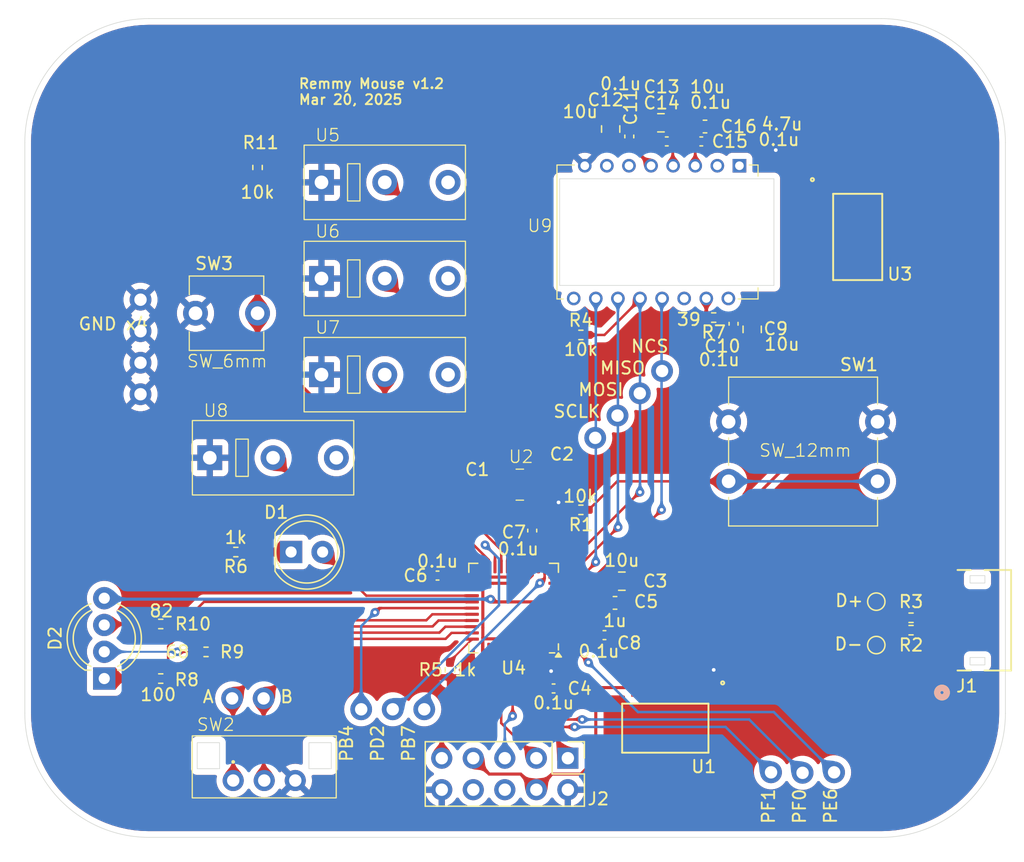
<source format=kicad_pcb>
(kicad_pcb (version 20240108) (generator "pcbnew") (generator_version "8.0")
  (layers (0 "F.Cu" signal "Front") (31 "B.Cu" signal "Back") (34 "B.Paste" user) (35 "F.Paste" user) (36 "B.SilkS" user "B.Silkscreen") (37 "F.SilkS" user "F.Silkscreen") (38 "B.Mask" user) (39 "F.Mask" user) (44 "Edge.Cuts" user))
  (net 0 "")
  (net 1 "GND")
  (net 2 "+5V")
  (net 3 "XTAL1")
  (net 4 "LED_RED")
  (net 5 "Net-(D1-K)")
  (net 6 "Net-(D2-RK)")
  (net 7 "Net-(D2-BK)")
  (net 8 "Net-(D2-GK)")
  (net 9 "XTAL2")
  (net 10 "+1.9V")
  (net 11 "+3.3V")
  (net 12 "MISO")
  (net 13 "D+")
  (net 14 "Net-(U4-AREF)")
  (net 15 "D-")
  (net 16 "nRESET")
  (net 17 "Net-(J1-D-)")
  (net 18 "Net-(J1-D+)")
  (net 19 "Net-(U4-UCAP)")
  (net 20 "Net-(U9-VDDPIX)")
  (net 21 "ENCODER_A")
  (net 22 "Net-(U4-~{HWB}{slash}PE2)")
  (net 23 "Net-(U9-LED_P)")
  (net 25 "SCLK")
  (net 26 "NCS")
  (net 27 "MOSI")
  (net 32 "ENCODER_B")
  (net 33 "MOUSE4")
  (net 34 "TDO")
  (net 35 "MOUSE2")
  (net 36 "RGBA_BLUE")
  (net 37 "TDI")
  (net 38 "MOUSE1")
  (net 39 "MOUSE5")
  (net 40 "TMS")
  (net 41 "MWHEEL_BUTTON")
  (net 42 "TCK")
  (net 51 "RGBA_GREEN")
  (net 52 "RGBA_RED")
  (net 55 "Net-(U4-PB7)")
  (net 56 "Net-(U4-PD2)")
  (net 57 "Net-(U4-PE6)")
  (net 58 "Net-(U4-PF0)")
  (net 59 "Net-(U4-PF1)")
  (net 60 "Net-(U4-PB4)")
  (footprint "Capacitor_SMD:C_0603_1608Metric" (layer "F.Cu") (at 192.8 59.7)
    (property "Reference" "C16")
    (property "Value" "4.7u")
  )
  (footprint "Imported_FP:SOT-223_3MC_MCH" (layer "F.Cu") (at 189.6 108.2 180)
    (property "Reference" "U1")
    (property "Value" "MCP1825S")
  )
  (footprint "Resistor_SMD:R_0402_1005Metric_Pad0.72x0.64mm_HandSolder" (layer "F.Cu") (at 156.75 63 -90)
    (property "Reference" "R11")
    (property "Value" "10k")
  )
  (footprint "Connector_PinSocket_2.54mm:PinSocket_2x05_P2.54mm_Vertical" (layer "F.Cu") (at 181.75 114 -90)
    (property "Reference" "J2")
    (property "Value" "AVR-JTAG-10")
  )
  (footprint "Capacitor_SMD:C_0402_1005Metric" (layer "F.Cu") (at 184.7 100.7 180)
    (property "Reference" "C8")
    (property "Value" "0.1u")
  )
  (footprint "Custom_FP:Kailh_GM_8.0" (layer "F.Cu") (at 167 71.95)
    (property "Reference" "U6")
    (property "Value" "Kailh GM 8.0")
  )
  (footprint "Capacitor_SMD:C_0402_1005Metric" (layer "F.Cu") (at 189.72 60.9 180)
    (property "Reference" "C14")
    (property "Value" "0.1u")
  )
  (footprint "Capacitor_SMD:C_0402_1005Metric" (layer "F.Cu") (at 192.5 60.9)
    (property "Reference" "C15")
    (property "Value" "0.1u")
  )
  (footprint "Custom_FP:TestPoint_THTPad_D1.75mm_Drill1.0mm" (layer "F.Cu") (at 198.12 111.76)
    (property "Reference" "TP14" (hide yes))
    (property "Value" "TestPoint")
  )
  (footprint "Custom_FP:TestPoint_THTPad_D1.75mm_Drill1.0mm" (layer "F.Cu") (at 189.342103 79.407897 45)
    (property "Reference" "TP3" (hide yes))
    (property "Value" "TestPoint")
  )
  (footprint "TestPoint:TestPoint_Pad_D1.0mm" (layer "F.Cu") (at 206.6 101.5)
    (property "Reference" "TP2" (hide yes))
    (property "Value" "TestPoint")
  )
  (footprint "Custom_FP:TestPoint_THTPad_D1.75mm_Drill1.0mm" (layer "F.Cu") (at 200.66 111.8)
    (property "Reference" "TP13" (hide yes))
    (property "Value" "TestPoint")
  )
  (footprint "Imported_FP:SOT-223_3MC_MCH" (layer "F.Cu") (at 205.1 68.6 -90)
    (property "Reference" "U3")
    (property "Value" "MCP1825S")
  )
  (footprint "Capacitor_SMD:C_0201_0603Metric" (layer "F.Cu") (at 181.2 87.78 -90)
    (property "Reference" "C2")
    (property "Value" "10p")
  )
  (footprint "Custom_FP:TestPoint_THTPad_D1.75mm_Drill1.0mm" (layer "F.Cu") (at 147.32 78.74)
    (property "Reference" "TP17" (hide yes))
    (property "Value" "TestPoint")
  )
  (footprint "Custom_FP:SW_PUSH_12mm" (layer "F.Cu") (at 200.7 85.9)
    (property "Reference" "SW1")
    (property "Value" "SW_Push")
  )
  (footprint "Capacitor_SMD:C_0402_1005Metric" (layer "F.Cu") (at 171.25 95.9 180)
    (property "Reference" "C6")
    (property "Value" "0.1u")
  )
  (footprint "Resistor_SMD:R_0402_1005Metric_Pad0.72x0.64mm_HandSolder" (layer "F.Cu") (at 193.5 75.1 180)
    (property "Reference" "R7")
    (property "Value" "39")
  )
  (footprint "Capacitor_SMD:C_0201_0603Metric" (layer "F.Cu") (at 174.38 89.02 90)
    (property "Reference" "C1")
    (property "Value" "10p")
  )
  (footprint "TestPoint:TestPoint_Pad_D1.0mm" (layer "F.Cu") (at 206.6 98)
    (property "Reference" "TP1" (hide yes))
    (property "Value" "TestPoint")
  )
  (footprint "Custom_FP:TestPoint_THTPad_D1.75mm_Drill1.0mm" (layer "F.Cu") (at 167.64 106.68 90)
    (property "Reference" "TP11" (hide yes))
    (property "Value" "TestPoint")
  )
  (footprint "LED_THT:LED_D5.0mm-4_RGB_Wide_Pins" (layer "F.Cu") (at 144.4 104.2 90)
    (property "Reference" "D2")
    (property "Value" "LED_RGBA")
  )
  (footprint "Custom_FP:PMW3360DM-T2QU" (layer "F.Cu") (at 195.5725 62.86)
    (property "Reference" "U9")
    (property "Value" "PMW3360DM-T2QU")
    (fp_line (start -14.48 1.05) (end -14.48 9.65) (stroke (width 0.05)) (layer "Edge.Cuts"))
    (fp_line (start -14.48 9.65) (end 2.78 9.65) (stroke (width 0.05)) (layer "Edge.Cuts"))
    (fp_line (start 2.78 1.05) (end -14.48 1.05) (stroke (width 0.05)) (layer "Edge.Cuts"))
    (fp_line (start 2.78 9.65) (end 2.78 1.05) (stroke (width 0.05)) (layer "Edge.Cuts"))
  )
  (footprint "Resistor_SMD:R_0402_1005Metric_Pad0.72x0.64mm_HandSolder" (layer "F.Cu") (at 182.8 76.5)
    (property "Reference" "R4")
    (property "Value" "10k")
  )
  (footprint "LED_THT:LED_D5.0mm" (layer "F.Cu") (at 159.45 94)
    (property "Reference" "D1")
    (property "Value" "LED")
  )
  (footprint "Resistor_SMD:R_0402_1005Metric_Pad0.72x0.64mm_HandSolder" (layer "F.Cu") (at 172.25 103.5 -90)
    (property "Reference" "R5")
    (property "Value" "1k")
  )
  (footprint "Capacitor_SMD:C_0805_2012Metric" (layer "F.Cu") (at 186.1 96.35 180)
    (property "Reference" "C3")
    (property "Value" "10u")
  )
  (footprint "Custom_FP:Kailh_GM_8.0" (layer "F.Cu") (at 167 79.7)
    (property "Reference" "U7")
    (property "Value" "Kailh GM 8.0")
  )
  (footprint "Capacitor_SMD:C_0402_1005Metric" (layer "F.Cu") (at 180.6 105)
    (property "Reference" "C4")
    (property "Value" "0.1u")
  )
  (footprint "Capacitor_SMD:C_0805_2012Metric" (layer "F.Cu") (at 185.2 59.9 90)
    (property "Reference" "C12")
    (property "Value" "10u")
  )
  (footprint "Custom_FP:TestPoint_THTPad_D1.75mm_Drill1.0mm" (layer "F.Cu") (at 154.7 105.8)
    (property "Reference" "TP7" (hide yes))
    (property "Value" "TestPoint")
  )
  (footprint "Custom_FP:SW_PUSH_6mm" (layer "F.Cu") (at 154.25 74.75)
    (property "Reference" "SW3")
    (property "Value" "SW_Push")
  )
  (footprint "Resistor_SMD:R_0402_1005Metric_Pad0.72x0.64mm_HandSolder" (layer "F.Cu") (at 152.6 102.05 180)
    (property "Reference" "R9")
    (property "Value" "68")
  )
  (footprint "Custom_FP:TestPoint_THTPad_D1.75mm_Drill1.0mm" (layer "F.Cu") (at 187.546051 81.203949 45)
    (property "Reference" "TP6" (hide yes))
    (property "Value" "TestPoint")
  )
  (footprint "Resistor_SMD:R_0402_1005Metric_Pad0.72x0.64mm_HandSolder" (layer "F.Cu") (at 148.95 104.2 180)
    (property "Reference" "R8")
    (property "Value" "100")
  )
  (footprint "Capacitor_SMD:C_0603_1608Metric" (layer "F.Cu") (at 185.55 98.1)
    (property "Reference" "C5")
    (property "Value" "1u")
  )
  (footprint "Custom_FP:Encoder_TTC_Silver" (layer "F.Cu") (at 157.288591 112.419231)
    (property "Reference" "SW2")
    (property "Value" "RotaryEncoder")
    (fp_rect (start -5.4 -3.05) (end -3.6 -0.95) (stroke (width 0.05)) (fill none) (layer "Edge.Cuts"))
    (fp_rect (start 3.6 -3.05) (end 5.4 -0.95) (stroke (width 0.05)) (fill none) (layer "Edge.Cuts"))
  )
  (footprint "Custom_FP:TestPoint_THTPad_D1.75mm_Drill1.0mm" (layer "F.Cu") (at 147.32 81.28)
    (property "Reference" "TP19" (hide yes))
    (property "Value" "TestPoint")
  )
  (footprint "Capacitor_SMD:C_0805_2012Metric" (layer "F.Cu") (at 196.6 76.049999 -90)
    (property "Reference" "C9")
    (property "Value" "10u")
  )
  (footprint "Capacitor_SMD:C_0402_1005Metric" (layer "F.Cu") (at 195.1 75.6 -90)
    (property "Reference" "C10")
    (property "Value" "0.1u")
  )
  (footprint "Custom_FP:QFN-44-1EP_7x7mm_P0.5mm_EP5.2x5.2mm_noGNDPlane" (layer "F.Cu") (at 177.38 98.52 180)
    (property "Reference" "U4")
    (property "Value" "ATmega32U4-M")
  )
  (footprint "Custom_FP:CONN_10118193-0001LF_AMP_MicroUSB-B" (layer "F.Cu") (at 214.5 99.5 90)
    (property "Reference" "J1")
    (property "Value" "USB_B_Micro")
    (fp_rect (start 3 -0.35) (end 3.6 0.85) (stroke (width 0.05)) (fill none) (layer "Edge.Cuts"))
    (fp_rect (start -3.6 -0.35) (end -3 0.85) (stroke (width 0.05)) (fill none) (layer "Edge.Cuts"))
  )
  (footprint "Capacitor_SMD:C_0402_1005Metric" (layer "F.Cu") (at 178.88 92.27 90)
    (property "Reference" "C7")
    (property "Value" "0.1u")
  )
  (footprint "Resistor_SMD:R_0402_1005Metric_Pad0.72x0.64mm_HandSolder" (layer "F.Cu") (at 209.4 100.3)
    (property "Reference" "R3")
    (property "Value" "22")
  )
  (footprint "Capacitor_SMD:C_0805_2012Metric" (layer "F.Cu") (at 189.25 59.4 180)
    (property "Reference" "C13")
    (property "Value" "10u")
  )
  (footprint "Custom_FP:TestPoint_THTPad_D1.75mm_Drill1.0mm" (layer "F.Cu") (at 147.32 73.66)
    (property "Reference" "TP9" (hide yes))
    (property "Value" "TestPoint")
  )
  (footprint "Resistor_SMD:R_0402_1005Metric_Pad0.72x0.64mm_HandSolder" (layer "F.Cu") (at 182.8 90.6)
    (property "Reference" "R1")
    (property "Value" "10k")
  )
  (footprint "Custom_FP:TestPoint_THTPad_D1.75mm_Drill1.0mm" (layer "F.Cu") (at 157.24 105.8)
    (property "Reference" "TP8" (hide yes))
    (property "Value" "TestPoint")
  )
  (footprint "Custom_FP:TestPoint_THTPad_D1.75mm_Drill1.0mm" (layer "F.Cu") (at 147.32 76.2)
    (property "Reference" "TP16" (hide yes))
    (property "Value" "TestPoint")
  )
  (footprint "Custom_FP:TestPoint_THTPad_D1.75mm_Drill1.0mm" (layer "F.Cu") (at 170.18 106.68 90)
    (property "Reference" "TP10" (hide yes))
    (property "Value" "TestPoint")
  )
  (footprint "Resistor_SMD:R_0402_1005Metric_Pad0.72x0.64mm_HandSolder" (layer "F.Cu") (at 148.95 99.8 180)
    (property "Reference" "R10")
    (property "Value" "82")
  )
  (footprint "Custom_FP:Kailh_GM_8.0" (layer "F.Cu") (at 158 86.4)
    (property "Reference" "U8")
    (property "Value" "Kailh GM 8.0")
  )
  (footprint "Resistor_SMD:R_0402_1005Metric_Pad0.72x0.64mm_HandSolder" (layer "F.Cu") (at 209.4 99.3 180)
    (property "Reference" "R2")
    (property "Value" "22")
  )
  (footprint "Custom_FP:TestPoint_THTPad_D1.75mm_Drill1.0mm" (layer "F.Cu") (at 183.953949 84.796051 45)
    (property "Reference" "TP4" (hide yes))
    (property "Value" "TestPoint")
  )
  (footprint "Custom_FP:CS14520-16M" (layer "F.Cu") (at 177.88 88.52)
    (property "Reference" "U2")
    (property "Value" "NX3225SA-16")
  )
  (footprint "Capacitor_SMD:C_0402_1005Metric" (layer "F.Cu") (at 186.7 60.5 90)
    (property "Reference" "C11")
    (property "Value" "0.1u")
  )
  (footprint "Custom_FP:TestPoint_THTPad_D1.75mm_Drill1.0mm" (layer "F.Cu") (at 185.75 83 45)
    (property "Reference" "TP5" (hide yes))
    (property "Value" "TestPoint")
  )
  (footprint "Custom_FP:Kailh_GM_8.0" (layer "F.Cu") (at 167 64.2)
    (property "Reference" "U5")
    (property "Value" "Kailh GM 8.0")
  )
  (footprint "Custom_FP:TestPoint_THTPad_D1.75mm_Drill1.0mm" (layer "F.Cu") (at 165.1 106.68 90)
    (property "Reference" "TP15" (hide yes))
    (property "Value" "TestPoint")
  )
  (footprint "Resistor_SMD:R_0402_1005Metric_Pad0.72x0.64mm_HandSolder" (layer "F.Cu") (at 155 94 180)
    (property "Reference" "R6")
    (property "Value" "1k")
  )
  (footprint "Custom_FP:TestPoint_THTPad_D1.75mm_Drill1.0mm" (layer "F.Cu") (at 203.2 111.76)
    (property "Reference" "TP12" (hide yes))
    (property "Value" "TestPoint")
  )
  (gr_arc (start 217 107) (mid 214.071068 114.071068) (end 207 117) (stroke (width 0.05)) (layer "Edge.Cuts"))
  (gr_arc (start 207 51) (mid 214.071068 53.928932) (end 217 61) (stroke (width 0.05)) (layer "Edge.Cuts"))
  (gr_line (start 148 117) (end 207 117) (stroke (width 0.05)) (layer "Edge.Cuts"))
  (gr_arc (start 138 61) (mid 140.928932 53.928932) (end 148 51) (stroke (width 0.05)) (layer "Edge.Cuts"))
  (gr_line (start 207 51) (end 148 51) (stroke (width 0.05)) (layer "Edge.Cuts"))
  (gr_line (start 217 107) (end 217 61) (stroke (width 0.05)) (layer "Edge.Cuts"))
  (gr_arc (start 148 117) (mid 140.928932 114.071068) (end 138 107) (stroke (width 0.05)) (layer "Edge.Cuts"))
  (gr_line (start 138 61) (end 138 107) (stroke (width 0.05)) (layer "Edge.Cuts"))
  (gr_text "D-" (at 203.15 102 0) (layer "F.SilkS") (effects (font (size 1 1)) (justify left bottom)))
  (gr_text "Remmy Mouse v1.2\nMar 20, 2025" (at 160 58 0) (layer "F.SilkS") (effects (font (size 0.8 0.8) (thickness 0.15) (bold yes)) (justify left bottom)))
  (gr_text "PF0" (at 201 116 90) (layer "F.SilkS") (effects (font (size 1 1)) (justify left bottom)))
  (gr_text "GND x4" (at 142.24 76.2 0) (layer "F.SilkS") (effects (font (size 1 1)) (justify left bottom)))
  (gr_text "PE6" (at 203.5 116 90) (layer "F.SilkS") (effects (font (size 1 1)) (justify left bottom)))
  (gr_text "MOSI" (at 182.5 81.5 0) (layer "F.SilkS") (effects (font (size 1 1)) (justify left bottom)))
  (gr_text "SCLK" (at 180.5 83.25 0) (layer "F.SilkS") (effects (font (size 1 1)) (justify left bottom)))
  (gr_text "PB4" (at 164.5 111 90) (layer "F.SilkS") (effects (font (size 1 1)) (justify left bottom)))
  (gr_text "B" (at 158.5 106.25 0) (layer "F.SilkS") (effects (font (size 1 1)) (justify left bottom)))
  (gr_text "MISO\n" (at 184.25 79.75 0) (layer "F.SilkS") (effects (font (size 1 1)) (justify left bottom)))
  (gr_text "NCS" (at 186.75 78 0) (layer "F.SilkS") (effects (font (size 1 1)) (justify left bottom)))
  (gr_text "PB7" (at 169.5 111 90) (layer "F.SilkS") (effects (font (size 1 1)) (justify left bottom)))
  (gr_text "PD2" (at 167 111 90) (layer "F.SilkS") (effects (font (size 1 1)) (justify left bottom)))
  (gr_text "D+" (at 203.2 98.5 0) (layer "F.SilkS") (effects (font (size 1 1)) (justify left bottom)))
  (gr_text "PF1\n" (at 198.5 116 90) (layer "F.SilkS") (effects (font (size 1 1)) (justify left bottom)))
  (gr_text "A" (at 152.25 106.25 0) (layer "F.SilkS") (effects (font (size 1 1)) (justify left bottom)))
  (segment (start 180.4 88.1) (end 179.13 89.37) (width 0.15) (layer "F.Cu") (net 1))
  (segment (start 181.2 88.1) (end 180.4 88.1) (width 0.15) (layer "F.Cu") (net 1))
  (segment (start 187.05 95.5) (end 187.2 95.35) (width 0.25) (layer "F.Cu") (net 1))
  (segment (start 187.2 95.35) (end 187.55 95) (width 0.25) (layer "F.Cu") (net 1))
  (segment (start 173.0225 95) (end 173 95) (width 0.25) (layer "F.Cu") (net 1))
  (segment (start 211.2 98.2) (end 210 97) (width 0.4) (layer "F.Cu") (net 1))
  (segment (start 192.98 60.9) (end 192.98 61.38) (width 0.2) (layer "F.Cu") (net 1))
  (segment (start 213.35 94.85) (end 212 93.5) (width 0.4) (layer "F.Cu") (net 1))
  (segment (start 211.892901 98.2) (end 211.2 98.2) (width 0.4) (layer "F.Cu") (net 1))
  (segment (start 212.5 98.2) (end 213.35 97.35) (width 0.4) (layer "F.Cu") (net 1))
  (segment (start 189.24 61.36) (end 189.24 60.9) (width 0.2) (layer "F.Cu") (net 1))
  (segment (start 175.16 103.1) (end 175.1 103.1) (width 0.25) (layer "F.Cu") (net 1))
  (segment (start 179.13 89.37) (end 178.98 89.37) (width 0.15) (layer "F.Cu") (net 1))
  (segment (start 173.45 88.7) (end 173.38 88.77) (width 0.15) (layer "F.Cu") (net 1))
  (segment (start 174.38 88.7) (end 173.45 88.7) (width 0.15) (layer "F.Cu") (net 1))
  (segment (start 178.164314 96.02) (end 174.0425 96.02) (width 0.25) (layer "F.Cu") (net 1))
  (segment (start 186.325 98.1) (end 185.405 99.02) (width 0.25) (layer "F.Cu") (net 1))
  (segment (start 186.325 97.075) (end 187.05 96.35) (width 0.25) (layer "F.Cu") (net 1))
  (segment (start 213.35 97.35) (end 213.35 94.85) (width 0.4) (layer "F.Cu") (net 1))
  (segment (start 178.38 95.804314) (end 178.164314 96.02) (width 0.25) (layer "F.Cu") (net 1))
  (segment (start 211.892901 98.2) (end 212.5 98.2) (width 0.4) (layer "F.Cu") (net 1))
  (segment (start 178.38 95.1825) (end 178.38 95.804314) (width 0.25) (layer "F.Cu") (net 1))
  (segment (start 185.405 99.02) (end 180.7175 99.02) (width 0.25) (layer "F.Cu") (net 1))
  (segment (start 175.38 101.8575) (end 175.38 102.88) (width 0.25) (layer "F.Cu") (net 1))
  (segment (start 186.325 98.1) (end 186.325 97.075) (width 0.25) (layer "F.Cu") (net 1))
  (segment (start 174.0425 96.02) (end 173.0225 95) (width 0.25) (layer "F.Cu") (net 1))
  (segment (start 175.38 102.88) (end 175.16 103.1) (width 0.25) (layer "F.Cu") (net 1))
  (segment (start 192.98 61.38) (end 193.4 61.8) (width 0.2) (layer "F.Cu") (net 1))
  (segment (start 179.38 101.8575) (end 179.38 102.58) (width 0.25) (layer "F.Cu") (net 1))
  (segment (start 187.05 96.35) (end 187.05 95.5) (width 0.25) (layer "F.Cu") (net 1))
  (segment (start 188.9 61.7) (end 189.24 61.36) (width 0.2) (layer "F.Cu") (net 1))
  (segment (start 179.38 102.58) (end 180.4 103.6) (width 0.25) (layer "F.Cu") (net 1))
  (segment (start 188.9 61.7) (end 188.5 61.7) (width 0.2) (layer "F.Cu") (net 1))
  (via (at 181 90) (size 0.7) (drill 0.3) (layers "F.Cu" "B.Cu") (net 1))
  (via (at 198.5 61.6) (size 0.7) (drill 0.3) (layers "F.Cu" "B.Cu") (net 1))
  (via (at 193.5 103.5) (size 0.7) (drill 0.3) (layers "F.Cu" "B.Cu") (net 1))
  (via (at 180.4 103.6) (size 0.7) (drill 0.3) (layers "F.Cu" "B.Cu") (net 1))
  (segment (start 180.7175 98.02) (end 183.48 98.02) (width 0.25) (layer "F.Cu") (net 2))
  (segment (start 180.7175 100.52) (end 180.180001 100.52) (width 0.25) (layer "F.Cu") (net 2))
  (segment (start 183.48 98.02) (end 185.15 96.35) (width 0.25) (layer "F.Cu") (net 2))
  (segment (start 203.8 66.3) (end 201.831 66.3) (width 0.25) (layer "F.Cu") (net 2))
  (segment (start 184.04 100.52) (end 184.22 100.7) (width 0.25) (layer "F.Cu") (net 2))
  (segment (start 180.7175 100.52) (end 184.04 100.52) (width 0.25) (layer "F.Cu") (net 2))
  (segment (start 196.3 90.1) (end 205.1 81.3) (width 0.25) (layer "F.Cu") (net 2))
  (segment (start 211.4 100.8) (end 211.892901 100.8) (width 0.25) (layer "F.Cu") (net 2))
  (segment (start 191.9 104.931) (end 191.969 105) (width 0.25) (layer "F.Cu") (net 2))
  (segment (start 185.225 103.075) (end 184.22 102.07) (width 0.25) (layer "F.Cu") (net 2))
  (segment (start 190.044 103.075) (end 185.225 103.075) (width 0.25) (layer "F.Cu") (net 2))
  (segment (start 184.22 102.07) (end 184.22 100.7) (width 0.25) (layer "F.Cu") (net 2))
  (segment (start 191.969 105) (end 207.2 105) (width 0.25) (layer "F.Cu") (net 2))
  (segment (start 180.180001 100.52) (end 179.8 100.139999) (width 0.25) (layer "F.Cu") (net 2))
  (segment (start 205.1 67.6) (end 203.8 66.3) (width 0.25) (layer "F.Cu") (net 2))
  (segment (start 179.8 100.139999) (end 179.8 98.02) (width 0.25) (layer "F.Cu") (net 2))
  (segment (start 205.1 81.3) (end 205.1 67.6) (width 0.25) (layer "F.Cu") (net 2))
  (segment (start 191.4 90.1) (end 196.3 90.1) (width 0.25) (layer "F.Cu") (net 2))
  (segment (start 191.9 104.931) (end 190.044 103.075) (width 0.25) (layer "F.Cu") (net 2))
  (segment (start 175.525 97.8) (end 175.745 98.02) (width 0.25) (layer "F.Cu") (net 2))
  (segment (start 207.2 105) (end 211.4 100.8) (width 0.25) (layer "F.Cu") (net 2))
  (segment (start 175.745 98.02) (end 179.8 98.02) (width 0.25) (layer "F.Cu") (net 2))
  (segment (start 185.15 96.35) (end 191.4 90.1) (width 0.25) (layer "F.Cu") (net 2))
  (segment (start 180.7175 98.02) (end 179.8 98.02) (width 0.25) (layer "F.Cu") (net 2))
  (via (at 175.525 97.8) (size 0.7) (drill 0.3) (layers "F.Cu" "B.Cu") (net 2))
  (segment (start 175.525 97.8) (end 144.477 97.8) (width 0.25) (layer "B.Cu") (net 2))
  (segment (start 144.477 97.8) (end 144.4 97.723) (width 0.25) (layer "B.Cu") (net 2))
  (segment (start 176.21 90.96) (end 176.21 91.1) (width 0.15) (layer "F.Cu") (net 3))
  (segment (start 176.49 91.38) (end 177.1 91.38) (width 0.15) (layer "F.Cu") (net 3))
  (segment (start 176.78 89.37) (end 177.38 89.97) (width 0.15) (layer "F.Cu") (net 3))
  (segment (start 177.38 92) (end 177.38 95.1825) (width 0.15) (layer "F.Cu") (net 3))
  (segment (start 177.1 90.68) (end 176.49 90.68) (width 0.15) (layer "F.Cu") (net 3))
  (segment (start 174.38 89.34) (end 176.75 89.34) (width 0.15) (layer "F.Cu") (net 3))
  (segment (start 177.38 89.97) (end 177.38 90.4) (width 0.15) (layer "F.Cu") (net 3))
  (segment (start 177.38 91.66) (end 177.38 91.8) (width 0.15) (layer "F.Cu") (net 3))
  (segment (start 176.75 89.34) (end 176.78 89.37) (width 0.15) (layer "F.Cu") (net 3))
  (segment (start 177.38 91.8) (end 177.38 92) (width 0.15) (layer "F.Cu") (net 3))
  (arc (start 177.1 91.38) (mid 177.29799 91.46201) (end 177.38 91.66) (width 0.15) (layer "F.Cu") (net 3))
  (arc (start 177.38 90.4) (mid 177.29799 90.59799) (end 177.1 90.68) (width 0.15) (layer "F.Cu") (net 3))
  (arc (start 176.21 91.1) (mid 176.29201 91.29799) (end 176.49 91.38) (width 0.15) (layer "F.Cu") (net 3))
  (arc (start 176.49 90.68) (mid 176.29201 90.76201) (end 176.21 90.96) (width 0.15) (layer "F.Cu") (net 3))
  (segment (start 174.0425 97.52) (end 165.51 97.52) (width 0.2) (layer "F.Cu") (net 4))
  (segment (start 165.51 97.52) (end 161.99 94) (width 0.2) (layer "F.Cu") (net 4))
  (segment (start 159.45 94) (end 155.5975 94) (width 0.2) (layer "F.Cu") (net 5))
  (segment (start 148.3525 104.2) (end 144.4 104.2) (width 0.2) (layer "F.Cu") (net 6))
  (segment (start 144.4 99.882) (end 144.482 99.8) (width 0.15) (layer "F.Cu") (net 7))
  (segment (start 144.482 99.8) (end 148.3525 99.8) (width 0.2) (layer "F.Cu") (net 7))
  (segment (start 144.441 102) (end 144.4 102.041) (width 0.15) (layer "F.Cu") (net 8))
  (segment (start 150.309 102.05) (end 152.0025 102.05) (width 0.15) (layer "F.Cu") (net 8))
  (segment (start 150.3 102.041) (end 150.309 102.05) (width 0.15) (layer "F.Cu") (net 8))
  (via (at 150.3 102.041) (size 0.7) (drill 0.3) (layers "F.Cu" "B.Cu") (net 8))
  (segment (start 150.3 102.041) (end 144.4 102.041) (width 0.15) (layer "B.Cu") (net 8))
  (segment (start 177.88 88.72) (end 177.88 95.1825) (width 0.15) (layer "F.Cu") (net 9))
  (segment (start 178.98 87.77) (end 178.83 87.77) (width 0.15) (layer "F.Cu") (net 9))
  (segment (start 178.83 87.77) (end 177.88 88.72) (width 0.15) (layer "F.Cu") (net 9))
  (segment (start 179.29 87.46) (end 178.98 87.77) (width 0.15) (layer "F.Cu") (net 9))
  (segment (start 181.2 87.46) (end 179.29 87.46) (width 0.15) (layer "F.Cu") (net 9))
  (segment (start 190.2 60.9) (end 190.2 62.8275) (width 0.2) (layer "F.Cu") (net 10))
  (segment (start 201.831 72.969) (end 199.7 75.1) (width 0.25) (layer "F.Cu") (net 10))
  (segment (start 198.231 57.6) (end 192 57.6) (width 0.25) (layer "F.Cu") (net 10))
  (segment (start 190.2 60.9) (end 190.2 59.4) (width 0.2) (layer "F.Cu") (net 10))
  (segment (start 192 57.6) (end 190.2 59.4) (width 0.25) (layer "F.Cu") (net 10))
  (segment (start 190.2 62.8275) (end 190.2325 62.86) (width 0.2) (layer "F.Cu") (net 10))
  (segment (start 199.7 75.1) (end 196.6 75.1) (width 0.25) (layer "F.Cu") (net 10))
  (segment (start 201.831 70.9) (end 200 69.069) (width 0.25) (layer "F.Cu") (net 10))
  (segment (start 200 69.069) (end 200 59.369) (width 0.25) (layer "F.Cu") (net 10))
  (segment (start 195.1 75.12) (end 194.1175 75.12) (width 0.25) (layer "F.Cu") (net 10))
  (segment (start 195.12 75.1) (end 195.1 75.12) (width 0.25) (layer "F.Cu") (net 10))
  (segment (start 200 59.369) (end 198.231 57.6) (width 0.25) (layer "F.Cu") (net 10))
  (segment (start 196.6 75.1) (end 195.12 75.1) (width 0.25) (layer "F.Cu") (net 10))
  (segment (start 194.1175 75.12) (end 194.0975 75.1) (width 0.25) (layer "F.Cu") (net 10))
  (segment (start 201.831 72.969) (end 201.831 70.9) (width 0.25) (layer "F.Cu") (net 10))
  (segment (start 174.9 100.9) (end 174.9 100.1) (width 0.25) (layer "F.Cu") (net 11))
  (segment (start 173.25 60) (end 177.0375 63.7875) (width 0.25) (layer "F.Cu") (net 11))
  (segment (start 175 101) (end 174.9 100.9) (width 0.25) (layer "F.Cu") (net 11))
  (segment (start 184 105) (end 184.069 104.931) (width 0.25) (layer "F.Cu") (net 11))
  (segment (start 158 60) (end 173.25 60) (width 0.25) (layer "F.Cu") (net 11))
  (segment (start 180.225 60.6) (end 184.95 60.6) (width 0.25) (layer "F.Cu") (net 11))
  (segment (start 174.0425 96.52) (end 174.9 96.52) (width 0.25) (layer "F.Cu") (net 11))
  (segment (start 182.8 111.9) (end 184 110.7) (width 0.25) (layer "F.Cu") (net 11))
  (segment (start 184 110.7) (end 184 105) (width 0.25) (layer "F.Cu") (net 11))
  (segment (start 177.95 111.9) (end 175.41 111.9) (width 0.25) (layer "F.Cu") (net 11))
  (segment (start 178.88 92.75) (end 180.45 92.75) (width 0.25) (layer "F.Cu") (net 11))
  (segment (start 186.7 61.1075) (end 188.4525 62.86) (width 0.25) (layer "F.Cu") (net 11))
  (segment (start 178.88 92.75) (end 178.88 95.1825) (width 0.25) (layer "F.Cu") (net 11))
  (segment (start 186.7 60.98) (end 185.33 60.98) (width 0.25) (layer "F.Cu") (net 11))
  (segment (start 182.2 91) (end 182.2 76.4) (width 0.25) (layer "F.Cu") (net 11))
  (segment (start 179.53903 101) (end 175 101) (width 0.25) (layer "F.Cu") (net 11))
  (segment (start 179.21 113.16) (end 180.47 111.9) (width 0.25) (layer "F.Cu") (net 11))
  (segment (start 178.6625 62.1625) (end 180.225 60.6) (width 0.25) (layer "F.Cu") (net 11))
  (segment (start 176.995 71.195) (end 176.995 63.83) (width 0.25) (layer "F.Cu") (net 11))
  (segment (start 183.931 104.931) (end 180.8575 101.8575) (width 0.25) (layer "F.Cu") (net 11))
  (segment (start 178.88 95.87) (end 178.88 95.1825) (width 0.25) (layer "F.Cu") (net 11))
  (segment (start 156.75 61.25) (end 158 60) (width 0.25) (layer "F.Cu") (net 11))
  (segment (start 184.069 104.931) (end 183.931 104.931) (width 0.25) (layer "F.Cu") (net 11))
  (segment (start 179.88 101.34097) (end 179.53903 101) (width 0.25) (layer "F.Cu") (net 11))
  (segment (start 182.2 76.4) (end 176.995 71.195) (width 0.25) (layer "F.Cu") (net 11))
  (segment (start 177.0375 63.7875) (end 178.6625 62.1625) (width 0.25) (layer "F.Cu") (net 11))
  (segment (start 184.95 60.6) (end 185.2 60.85) (width 0.25) (layer "F.Cu") (net 11))
  (segment (start 179.21 113.16) (end 177.95 111.9) (width 0.25) (layer "F.Cu") (net 11))
  (segment (start 172.35 96.52) (end 171.73 95.9) (width 0.25) (layer "F.Cu") (net 11))
  (segment (start 180.45 92.75) (end 182.2 91) (width 0.25) (layer "F.Cu") (net 11))
  (segment (start 174.88 101.8575) (end 174.9 101.8375) (width 0.25) (layer "F.Cu") (net 11))
  (segment (start 180.47 111.9) (end 182.8 111.9) (width 0.25) (layer "F.Cu") (net 11))
  (segment (start 175.41 111.9) (end 174.13 110.62) (width 0.25) (layer "F.Cu") (net 11))
  (segment (start 156.75 62.4025) (end 156.75 61.25) (width 0.25) (layer "F.Cu") (net 11))
  (segment (start 174.9 101.8375) (end 174.9 100.9) (width 0.25) (layer "F.Cu") (net 11))
  (segment (start 186.7 60.98) (end 186.7 61.1075) (width 0.25) (layer "F.Cu") (net 11))
  (segment (start 175.75 96.52) (end 178.23 96.52) (width 0.25) (layer "F.Cu") (net 11))
  (segment (start 180.8575 101.8575) (end 179.88 101.8575) (width 0.25) (layer "F.Cu") (net 11))
  (segment (start 179.88 101.8575) (end 179.88 101.34097) (width 0.25) (layer "F.Cu") (net 11))
  (segment (start 176.995 63.83) (end 178.6625 62.1625) (width 0.25) (layer "F.Cu") (net 11))
  (segment (start 174.0425 96.52) (end 172.35 96.52) (width 0.25) (layer "F.Cu") (net 11))
  (segment (start 174.9 96.52) (end 175.75 96.52) (width 0.25) (layer "F.Cu") (net 11))
  (segment (start 184.069 104.931) (end 187.3 104.931) (width 0.25) (layer "F.Cu") (net 11))
  (segment (start 174.9 100.1) (end 174.9 96.52) (width 0.25) (layer "F.Cu") (net 11))
  (segment (start 185.33 60.98) (end 185.2 60.85) (width 0.25) (layer "F.Cu") (net 11))
  (segment (start 178.23 96.52) (end 178.88 95.87) (width 0.25) (layer "F.Cu") (net 11))
  (segment (start 187.5625 73.6375) (end 187.5625 73.56) (width 0.2) (layer "F.Cu") (net 12))
  (segment (start 183.3975 76.5) (end 184.7 76.5) (width 0.2) (layer "F.Cu") (net 12))
  (segment (start 184.7 76.5) (end 187.5625 73.6375) (width 0.2) (layer "F.Cu") (net 12))
  (segment (start 180.7175 95.9825) (end 180.7175 96.02) (width 0.2) (layer "F.Cu") (net 12))
  (segment (start 187.5625 89.175) (end 187.525 89.175) (width 0.2) (layer "F.Cu") (net 12))
  (segment (start 187.525 89.175) (end 180.7175 95.9825) (width 0.2) (layer "F.Cu") (net 12))
  (via (at 187.5625 89.175) (size 0.7) (drill 0.3) (layers "F.Cu" "B.Cu") (net 12))
  (segment (start 187.5 73.6225) (end 187.5625 73.56) (width 0.2) (layer "B.Cu") (net 12))
  (segment (start 187.5625 89.175) (end 187.5625 73.56) (width 0.2) (layer "B.Cu") (net 12))
  (segment (start 187.575 73.5725) (end 187.5625 73.56) (width 0.2) (layer "B.Cu") (net 12))
  (segment (start 181.570551 99.5668) (end 208.032859 99.5668) (width 0.1524) (layer "F.Cu") (net 13))
  (segment (start 180.7175 99.52) (end 181.523751 99.52) (width 0.1524) (layer "F.Cu") (net 13))
  (segment (start 181.523751 99.52) (end 181.570551 99.5668) (width 0.1524) (layer "F.Cu") (net 13))
  (segment (start 208.032859 99.5668) (end 208.299659 99.3) (width 0.1524) (layer "F.Cu") (net 13))
  (segment (start 208.299659 99.3) (end 208.8025 99.3) (width 0.1524) (layer "F.Cu") (net 13))
  (segment (start 178.88 103.88) (end 180.02 105.02) (width 0.2) (layer "F.Cu") (net 14))
  (segment (start 178.88 101.8575) (end 178.88 103.88) (width 0.2) (layer "F.Cu") (net 14))
  (segment (start 181.523751 100.02) (end 181.570551 99.9732) (width 0.1524) (layer "F.Cu") (net 15))
  (segment (start 208.032859 99.9732) (end 208.359659 100.3) (width 0.1524) (layer "F.Cu") (net 15))
  (segment (start 181.570551 99.9732) (end 208.032859 99.9732) (width 0.1524) (layer "F.Cu") (net 15))
  (segment (start 180.7175 100.02) (end 181.523751 100.02) (width 0.1524) (layer "F.Cu") (net 15))
  (segment (start 208.359659 100.3) (end 208.8025 100.3) (width 0.1524) (layer "F.Cu") (net 15))
  (segment (start 179.38 95.1825) (end 179.38 94.645001) (width 0.2) (layer "F.Cu") (net 16))
  (segment (start 179.38 94.645001) (end 185.725001 88.3) (width 0.2) (layer "F.Cu") (net 16))
  (segment (start 185.725001 88.3) (end 194.7 88.3) (width 0.2) (layer "F.Cu") (net 16))
  (segment (start 194.7 88.3) (end 206.7 88.3) (width 0.2) (layer "B.Cu") (net 16))
  (segment (start 208.7975 101.5) (end 209.9975 100.3) (width 0.15) (layer "F.Cu") (net 17))
  (segment (start 211.892901 100.149999) (end 211.742902 100) (width 0.15) (layer "F.Cu") (net 17))
  (segment (start 210.2975 100) (end 209.9975 100.3) (width 0.15) (layer "F.Cu") (net 17))
  (segment (start 211.742902 100) (end 210.2975 100) (width 0.15) (layer "F.Cu") (net 17))
  (segment (start 206.6 101.5) (end 208.7975 101.5) (width 0.15) (layer "F.Cu") (net 17))
  (segment (start 211.792901 99.6) (end 210.2975 99.6) (width 0.15) (layer "F.Cu") (net 18))
  (segment (start 206.6 98) (end 208.6975 98) (width 0.15) (layer "F.Cu") (net 18))
  (segment (start 210.2975 99.6) (end 209.9975 99.3) (width 0.15) (layer "F.Cu") (net 18))
  (segment (start 208.6975 98) (end 209.9975 99.3) (width 0.15) (layer "F.Cu") (net 18))
  (segment (start 211.892901 99.5) (end 211.792901 99.6) (width 0.15) (layer "F.Cu") (net 18))
  (segment (start 180.7175 98.52) (end 184.355 98.52) (width 0.2) (layer "F.Cu") (net 19))
  (segment (start 184.355 98.52) (end 184.775 98.1) (width 0.15) (layer "F.Cu") (net 19))
  (segment (start 192.0125 62.86) (end 192.0125 60.9075) (width 0.2) (layer "F.Cu") (net 20))
  (segment (start 192.02 59.705) (end 192.025 59.7) (width 0.2) (layer "F.Cu") (net 20))
  (segment (start 192.025 62.8475) (end 192.0125 62.86) (width 0.2) (layer "F.Cu") (net 20))
  (segment (start 192.0125 60.9075) (end 192.02 60.9) (width 0.2) (layer "F.Cu") (net 20))
  (segment (start 192.02 60.9) (end 192.02 59.705) (width 0.2) (layer "F.Cu") (net 20))
  (segment (start 171.88 100.02) (end 174.0425 100.02) (width 0.2) (layer "F.Cu") (net 21))
  (segment (start 154.788591 112.419231) (end 154.788591 105.888591) (width 0.2) (layer "F.Cu") (net 21))
  (segment (start 154.7 105.8) (end 160 100.5) (width 0.2) (layer "F.Cu") (net 21))
  (segment (start 171.4 100.5) (end 171.88 100.02) (width 0.2) (layer "F.Cu") (net 21))
  (segment (start 160 100.5) (end 171.4 100.5) (width 0.2) (layer "F.Cu") (net 21))
  (segment (start 154.788591 105.888591) (end 154.7 105.8) (width 0.2) (layer "F.Cu") (net 21))
  (segment (start 172.25 102.9025) (end 172.25 102.8125) (width 0.15) (layer "F.Cu") (net 22))
  (segment (start 172.25 102.8125) (end 174.0425 101.02) (width 0.15) (layer "F.Cu") (net 22))
  (segment (start 192.9025 75.1) (end 192.9025 73.56) (width 0.25) (layer "F.Cu") (net 23))
  (segment (start 192.88 73.5825) (end 192.9025 73.56) (width 0.25) (layer "F.Cu") (net 23))
  (segment (start 184.0025 94.8) (end 184.0025 94.8475) (width 0.2) (layer "F.Cu") (net 25))
  (segment (start 184.0025 94.8475) (end 181.83 97.02) (width 0.2) (layer "F.Cu") (net 25))
  (segment (start 181.83 97.02) (end 180.7175 97.02) (width 0.2) (layer "F.Cu") (net 25))
  (via (at 184.0025 94.8) (size 0.7) (drill 0.3) (layers "F.Cu" "B.Cu") (net 25))
  (segment (start 184.0025 94.8) (end 184.0025 73.56) (width 0.2) (layer "B.Cu") (net 25))
  (segment (start 182.38 97.52) (end 180.7175 97.52) (width 0.2) (layer "F.Cu") (net 26))
  (segment (start 189.3 90.6) (end 182.38 97.52) (width 0.2) (layer "F.Cu") (net 26))
  (via (at 189.3 90.6) (size 0.7) (drill 0.3) (layers "F.Cu" "B.Cu") (net 26))
  (segment (start 189.3 73.6025) (end 189.3425 73.56) (width 0.2) (layer "B.Cu") (net 26))
  (segment (start 189.3 90.6) (end 189.3 73.6025) (width 0.2) (layer "B.Cu") (net 26))
  (segment (start 181.28 96.52) (end 180.7175 96.52) (width 0.2) (layer "F.Cu") (net 27))
  (segment (start 185.8 92) (end 181.28 96.52) (width 0.2) (layer "F.Cu") (net 27))
  (via (at 185.8 92) (size 0.7) (drill 0.3) (layers "F.Cu" "B.Cu") (net 27))
  (segment (start 185.8 92) (end 185.7825 91.9825) (width 0.2) (layer "B.Cu") (net 27))
  (segment (start 185.7825 91.9825) (end 185.7825 73.56) (width 0.2) (layer "B.Cu") (net 27))
  (segment (start 172.38 100.52) (end 174.0425 100.52) (width 0.2) (layer "F.Cu") (net 32))
  (segment (start 157.24 112.37064) (end 157.24 105.8) (width 0.2) (layer "F.Cu") (net 32))
  (segment (start 171.9 101) (end 172.38 100.52) (width 0.2) (layer "F.Cu") (net 32))
  (segment (start 162 101) (end 171.9 101) (width 0.2) (layer "F.Cu") (net 32))
  (segment (start 157.24 105.76) (end 162 101) (width 0.2) (layer "F.Cu") (net 32))
  (segment (start 157.24 105.8) (end 157.24 105.76) (width 0.2) (layer "F.Cu") (net 32))
  (segment (start 157.288591 112.419231) (end 157.24 112.37064) (width 0.2) (layer "F.Cu") (net 32))
  (segment (start 167 86.265001) (end 167 79.7) (width 0.2) (layer "F.Cu") (net 33))
  (segment (start 175.38 94.645001) (end 167 86.265001) (width 0.2) (layer "F.Cu") (net 33))
  (segment (start 175.38 95.1825) (end 175.38 94.645001) (width 0.2) (layer "F.Cu") (net 33))
  (segment (start 176.38 107.79) (end 176.38 101.8575) (width 0.2) (layer "F.Cu") (net 34))
  (segment (start 179.21 110.62) (end 176.38 107.79) (width 0.2) (layer "F.Cu") (net 34))
  (segment (start 176.38 95.1825) (end 176.38 93.83) (width 0.2) (layer "F.Cu") (net 35))
  (segment (start 169 73.95) (end 167 71.95) (width 0.2) (layer "F.Cu") (net 35))
  (segment (start 169 86.45) (end 169 73.95) (width 0.2) (layer "F.Cu") (net 35))
  (segment (start 176.38 93.83) (end 169 86.45) (width 0.2) (layer "F.Cu") (net 35))
  (segment (start 150.65 99.8) (end 152.43 98.02) (width 0.2) (layer "F.Cu") (net 36))
  (segment (start 152.43 98.02) (end 174.0425 98.02) (width 0.2) (layer "F.Cu") (net 36))
  (segment (start 149.5475 99.8) (end 150.65 99.8) (width 0.2) (layer "F.Cu") (net 36))
  (segment (start 171.59 110.62) (end 171.59 108.51) (width 0.2) (layer "F.Cu") (net 37))
  (segment (start 175.88 104.22) (end 175.88 101.8575) (width 0.2) (layer "F.Cu") (net 37))
  (segment (start 171.59 108.51) (end 175.88 104.22) (width 0.2) (layer "F.Cu") (net 37))
  (segment (start 170 67) (end 167.2 64.2) (width 0.2) (layer "F.Cu") (net 38))
  (segment (start 167.2 64.2) (end 167 64.2) (width 0.2) (layer "F.Cu") (net 38))
  (segment (start 176.88 93.63) (end 170 86.75) (width 0.2) (layer "F.Cu") (net 38))
  (segment (start 176.88 95.1825) (end 176.88 93.63) (width 0.2) (layer "F.Cu") (net 38))
  (segment (start 170 86.75) (end 170 67) (width 0.2) (layer "F.Cu") (net 38))
  (segment (start 174.0425 97.02) (end 168.62 97.02) (width 0.2) (layer "F.Cu") (net 39))
  (segment (start 168.62 97.02) (end 158 86.4) (width 0.2) (layer "F.Cu") (net 39))
  (segment (start 177.301587 107.225) (end 177.301587 104.701587) (width 0.2) (layer "F.Cu") (net 40))
  (segment (start 177.301587 104.701587) (end 176.88 104.28) (width 0.2) (layer "F.Cu") (net 40))
  (segment (start 176.88 104.28) (end 176.88 101.8575) (width 0.2) (layer "F.Cu") (net 40))
  (via (at 177.301587 107.225) (size 0.7) (drill 0.3) (layers "F.Cu" "B.Cu") (net 40))
  (segment (start 177.301587 107.225) (end 176.670001 107.856586) (width 0.2) (layer "B.Cu") (net 40))
  (segment (start 176.670001 107.856586) (end 176.670001 110.62) (width 0.2) (layer "B.Cu") (net 40))
  (segment (start 156.75 74.75) (end 156.75 77.0525) (width 0.25) (layer "F.Cu") (net 41))
  (segment (start 156.75 77.0525) (end 174.88 95.1825) (width 0.25) (layer "F.Cu") (net 41))
  (segment (start 156.75 63.5975) (end 156.75 74.75) (width 0.25) (layer "F.Cu") (net 41))
  (segment (start 181.75 110.05) (end 177.8 106.1) (width 0.2) (layer "F.Cu") (net 42))
  (segment (start 177.8 104.6) (end 177.38 104.18) (width 0.2) (layer "F.Cu") (net 42))
  (segment (start 181.75 110.62) (end 181.75 110.05) (width 0.2) (layer "F.Cu") (net 42))
  (segment (start 177.38 104.18) (end 177.38 101.8575) (width 0.2) (layer "F.Cu") (net 42))
  (segment (start 177.8 106.1) (end 177.8 104.6) (width 0.2) (layer "F.Cu") (net 42))
  (segment (start 170.85 100) (end 155.2475 100) (width 0.2) (layer "F.Cu") (net 51))
  (segment (start 171.33 99.52) (end 170.85 100) (width 0.2) (layer "F.Cu") (net 51))
  (segment (start 174.0425 99.52) (end 171.33 99.52) (width 0.2) (layer "F.Cu") (net 51))
  (segment (start 155.2475 100) (end 153.1975 102.05) (width 0.2) (layer "F.Cu") (net 51))
  (segment (start 174.0425 99.02) (end 170.83 99.02) (width 0.2) (layer "F.Cu") (net 52))
  (segment (start 170.83 99.02) (end 170.35 99.5) (width 0.2) (layer "F.Cu") (net 52))
  (segment (start 170.35 99.5) (end 151.65 99.5) (width 0.2) (layer "F.Cu") (net 52))
  (segment (start 151.65 99.5) (end 149.5475 101.6025) (width 0.2) (layer "F.Cu") (net 52))
  (segment (start 149.5475 101.6025) (end 149.5475 104.2) (width 0.2) (layer "F.Cu") (net 52))
  (segment (start 179.88 96.12) (end 179.88 95.1825) (width 0.2) (layer "F.Cu") (net 55))
  (segment (start 179.5 96.5) (end 179.88 96.12) (width 0.2) (layer "F.Cu") (net 55))
  (via (at 179.5 96.5) (size 0.7) (drill 0.3) (layers "F.Cu" "B.Cu") (net 55))
  (segment (start 170.18 105.82) (end 170.18 106.68) (width 0.2) (layer "B.Cu") (net 55))
  (segment (start 179.5 96.5) (end 170.18 105.82) (width 0.2) (layer "B.Cu") (net 55))
  (segment (start 175.076891 93.423109) (end 175.88 94.226218) (width 0.2) (layer "F.Cu") (net 56))
  (segment (start 175.88 94.226218) (end 175.88 95.1825) (width 0.2) (layer "F.Cu") (net 56))
  (via (at 175.076891 93.423109) (size 0.7) (drill 0.3) (layers "F.Cu" "B.Cu") (net 56))
  (segment (start 176.2 98.3) (end 167.82 106.68) (width 0.2) (layer "B.Cu") (net 56))
  (segment (start 175.076891 93.423109) (end 176.2 94.546218) (width 0.2) (layer "B.Cu") (net 56))
  (segment (start 167.82 106.68) (end 167.64 106.68) (width 0.2) (layer "B.Cu") (net 56))
  (segment (start 176.2 94.546218) (end 176.2 98.3) (width 0.2) (layer "B.Cu") (net 56))
  (segment (start 183.4 102.9) (end 181.52 101.02) (width 0.2) (layer "F.Cu") (net 57))
  (segment (start 181.52 101.02) (end 180.7175 101.02) (width 0.2) (layer "F.Cu") (net 57))
  (via (at 183.4 102.9) (size 0.7) (drill 0.3) (layers "F.Cu" "B.Cu") (net 57))
  (segment (start 187.4 106.9) (end 183.4 102.9) (width 0.2) (layer "B.Cu") (net 57))
  (segment (start 198.34 106.9) (end 187.4 106.9) (width 0.2) (layer "B.Cu") (net 57))
  (segment (start 203.2 111.76) (end 198.34 106.9) (width 0.2) (layer "B.Cu") (net 57))
  (segment (start 180.6 107.5) (end 178.8 105.7) (width 0.2) (layer "F.Cu") (net 58))
  (segment (start 178.38 103.98) (end 178.38 101.8575) (width 0.2) (layer "F.Cu") (net 58))
  (segment (start 178.8 105.7) (end 178.8 104.4) (width 0.2) (layer "F.Cu") (net 58))
  (segment (start 178.8 104.4) (end 178.38 103.98) (width 0.2) (layer "F.Cu") (net 58))
  (segment (start 182.9 107.5) (end 180.6 107.5) (width 0.2) (layer "F.Cu") (net 58))
  (via (at 182.9 107.5) (size 0.7) (drill 0.3) (layers "F.Cu" "B.Cu") (net 58))
  (segment (start 182.9 107.5) (end 196.36 107.5) (width 0.2) (layer "B.Cu") (net 58))
  (segment (start 196.36 107.5) (end 200.66 111.8) (width 0.2) (layer "B.Cu") (net 58))
  (segment (start 177.88 104.08) (end 177.88 101.8575) (width 0.2) (layer "F.Cu") (net 59))
  (segment (start 182.298958 108.101042) (end 180.501042 108.101042) (width 0.2) (layer "F.Cu") (net 59))
  (segment (start 180.501042 108.101042) (end 178.3 105.9) (width 0.2) (layer "F.Cu") (net 59))
  (segment (start 178.3 104.5) (end 177.88 104.08) (width 0.2) (layer "F.Cu") (net 59))
  (segment (start 178.3 105.9) (end 178.3 104.5) (width 0.2) (layer "F.Cu") (net 59))
  (via (at 182.298958 108.101042) (size 0.7) (drill 0.3) (layers "F.Cu" "B.Cu") (net 59))
  (segment (start 182.298958 108.101042) (end 182.3 108.1) (width 0.2) (layer "B.Cu") (net 59))
  (segment (start 182.3 108.1) (end 194.46 108.1) (width 0.2) (layer "B.Cu") (net 59))
  (segment (start 194.46 108.1) (end 198.12 111.76) (width 0.2) (layer "B.Cu") (net 59))
  (segment (start 166.555 98.52) (end 174.0425 98.52) (width 0.2) (layer "F.Cu") (net 60))
  (segment (start 166.2125 98.8625) (end 166.555 98.52) (width 0.2) (layer "F.Cu") (net 60))
  (via (at 166.2125 98.8625) (size 0.7) (drill 0.3) (layers "F.Cu" "B.Cu") (net 60))
  (segment (start 166.2125 98.8625) (end 165.1 99.975) (width 0.2) (layer "B.Cu") (net 60))
  (segment (start 165.1 99.975) (end 165.1 106.68) (width 0.2) (layer "B.Cu") (net 60))
  (zone (net 1) (net_name "GND") (layers "F&B.Cu") (connect_pads (clearance 0.5)) (min_thickness 0.25) (fill yes (thermal_gap 0.5) (thermal_bridge_width 0.5))
    (polygon (pts (xy 136 49.5) (xy 136 119) (xy 218.5 119) (xy 218.5 49.5)))
  )
)
</source>
